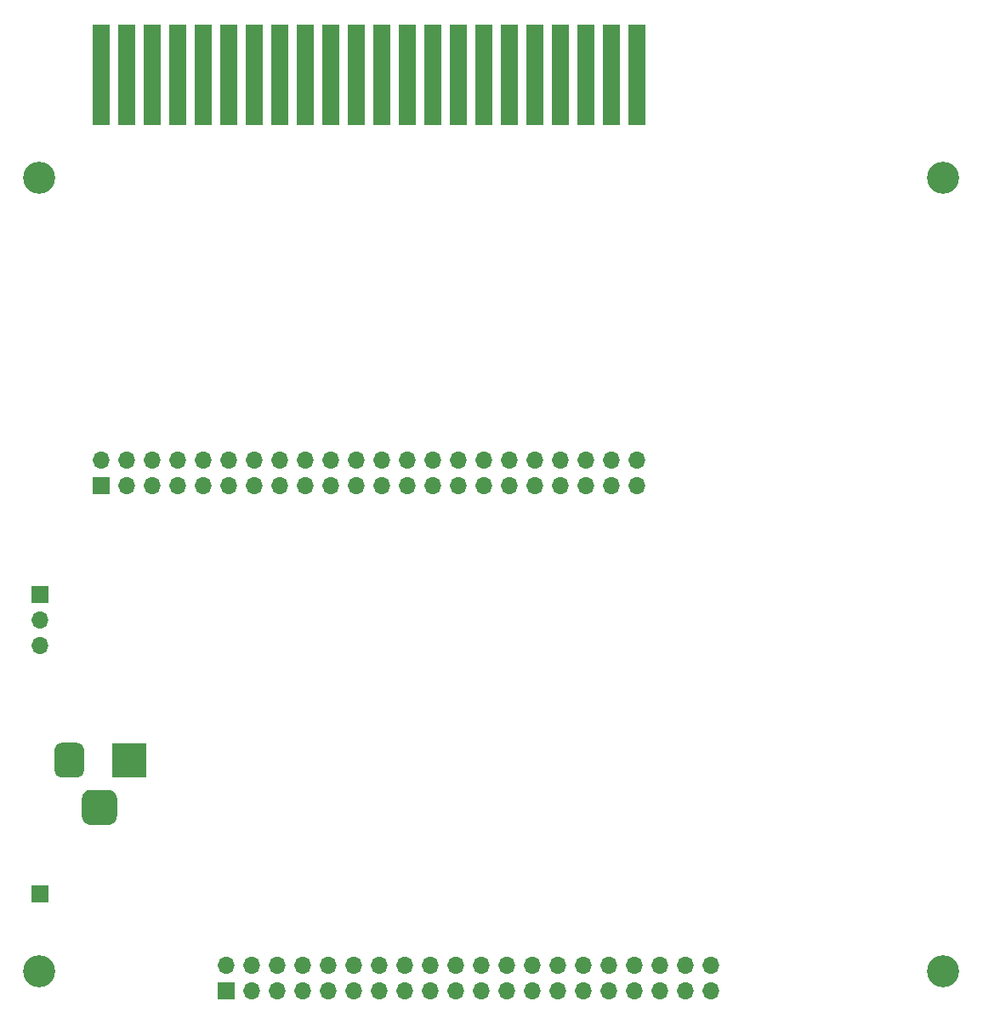
<source format=gbs>
G04 #@! TF.GenerationSoftware,KiCad,Pcbnew,(5.1.9)-1*
G04 #@! TF.CreationDate,2022-09-16T10:06:17+09:00*
G04 #@! TF.ProjectId,mz-80b,6d7a2d38-3062-42e6-9b69-6361645f7063,rev?*
G04 #@! TF.SameCoordinates,PX2faf080PY93d1cc0*
G04 #@! TF.FileFunction,Soldermask,Bot*
G04 #@! TF.FilePolarity,Negative*
%FSLAX46Y46*%
G04 Gerber Fmt 4.6, Leading zero omitted, Abs format (unit mm)*
G04 Created by KiCad (PCBNEW (5.1.9)-1) date 2022-09-16 10:06:17*
%MOMM*%
%LPD*%
G01*
G04 APERTURE LIST*
%ADD10C,3.200000*%
%ADD11R,1.780000X10.000000*%
%ADD12O,1.700000X1.700000*%
%ADD13R,1.700000X1.700000*%
%ADD14R,3.500000X3.500000*%
G04 APERTURE END LIST*
D10*
X5000000Y84000000D03*
X95000000Y84000000D03*
X95000000Y5000000D03*
X5000000Y5000000D03*
D11*
X11176000Y94270000D03*
X13716000Y94270000D03*
X16256000Y94270000D03*
X18796000Y94270000D03*
X21336000Y94270000D03*
X23876000Y94270000D03*
X26416000Y94270000D03*
X28956000Y94270000D03*
X31496000Y94270000D03*
X34036000Y94270000D03*
X36576000Y94270000D03*
X39116000Y94270000D03*
X41656000Y94270000D03*
X44196000Y94270000D03*
X46736000Y94270000D03*
X49276000Y94270000D03*
X51816000Y94270000D03*
X54356000Y94270000D03*
X56896000Y94270000D03*
X59436000Y94270000D03*
X61976000Y94270000D03*
X64516000Y94270000D03*
D12*
X64516000Y55880000D03*
X64516000Y53340000D03*
X61976000Y55880000D03*
X61976000Y53340000D03*
X59436000Y55880000D03*
X59436000Y53340000D03*
X56896000Y55880000D03*
X56896000Y53340000D03*
X54356000Y55880000D03*
X54356000Y53340000D03*
X51816000Y55880000D03*
X51816000Y53340000D03*
X49276000Y55880000D03*
X49276000Y53340000D03*
X46736000Y55880000D03*
X46736000Y53340000D03*
X44196000Y55880000D03*
X44196000Y53340000D03*
X41656000Y55880000D03*
X41656000Y53340000D03*
X39116000Y55880000D03*
X39116000Y53340000D03*
X36576000Y55880000D03*
X36576000Y53340000D03*
X34036000Y55880000D03*
X34036000Y53340000D03*
X31496000Y55880000D03*
X31496000Y53340000D03*
X28956000Y55880000D03*
X28956000Y53340000D03*
X26416000Y55880000D03*
X26416000Y53340000D03*
X23876000Y55880000D03*
X23876000Y53340000D03*
X21336000Y55880000D03*
X21336000Y53340000D03*
X18796000Y55880000D03*
X18796000Y53340000D03*
X16256000Y55880000D03*
X16256000Y53340000D03*
X13716000Y55880000D03*
X13716000Y53340000D03*
X11176000Y55880000D03*
D13*
X11176000Y53340000D03*
X23622000Y3048000D03*
D12*
X23622000Y5588000D03*
X26162000Y3048000D03*
X26162000Y5588000D03*
X28702000Y3048000D03*
X28702000Y5588000D03*
X31242000Y3048000D03*
X31242000Y5588000D03*
X33782000Y3048000D03*
X33782000Y5588000D03*
X36322000Y3048000D03*
X36322000Y5588000D03*
X38862000Y3048000D03*
X38862000Y5588000D03*
X41402000Y3048000D03*
X41402000Y5588000D03*
X43942000Y3048000D03*
X43942000Y5588000D03*
X46482000Y3048000D03*
X46482000Y5588000D03*
X49022000Y3048000D03*
X49022000Y5588000D03*
X51562000Y3048000D03*
X51562000Y5588000D03*
X54102000Y3048000D03*
X54102000Y5588000D03*
X56642000Y3048000D03*
X56642000Y5588000D03*
X59182000Y3048000D03*
X59182000Y5588000D03*
X61722000Y3048000D03*
X61722000Y5588000D03*
X64262000Y3048000D03*
X64262000Y5588000D03*
X66802000Y3048000D03*
X66802000Y5588000D03*
X69342000Y3048000D03*
X69342000Y5588000D03*
X71882000Y3048000D03*
X71882000Y5588000D03*
D13*
X5080000Y12700000D03*
D14*
X13970000Y26035000D03*
G36*
G01*
X6470000Y25035000D02*
X6470000Y27035000D01*
G75*
G02*
X7220000Y27785000I750000J0D01*
G01*
X8720000Y27785000D01*
G75*
G02*
X9470000Y27035000I0J-750000D01*
G01*
X9470000Y25035000D01*
G75*
G02*
X8720000Y24285000I-750000J0D01*
G01*
X7220000Y24285000D01*
G75*
G02*
X6470000Y25035000I0J750000D01*
G01*
G37*
G36*
G01*
X9220000Y20460000D02*
X9220000Y22210000D01*
G75*
G02*
X10095000Y23085000I875000J0D01*
G01*
X11845000Y23085000D01*
G75*
G02*
X12720000Y22210000I0J-875000D01*
G01*
X12720000Y20460000D01*
G75*
G02*
X11845000Y19585000I-875000J0D01*
G01*
X10095000Y19585000D01*
G75*
G02*
X9220000Y20460000I0J875000D01*
G01*
G37*
D13*
X5080000Y42545000D03*
D12*
X5080000Y40005000D03*
X5080000Y37465000D03*
M02*

</source>
